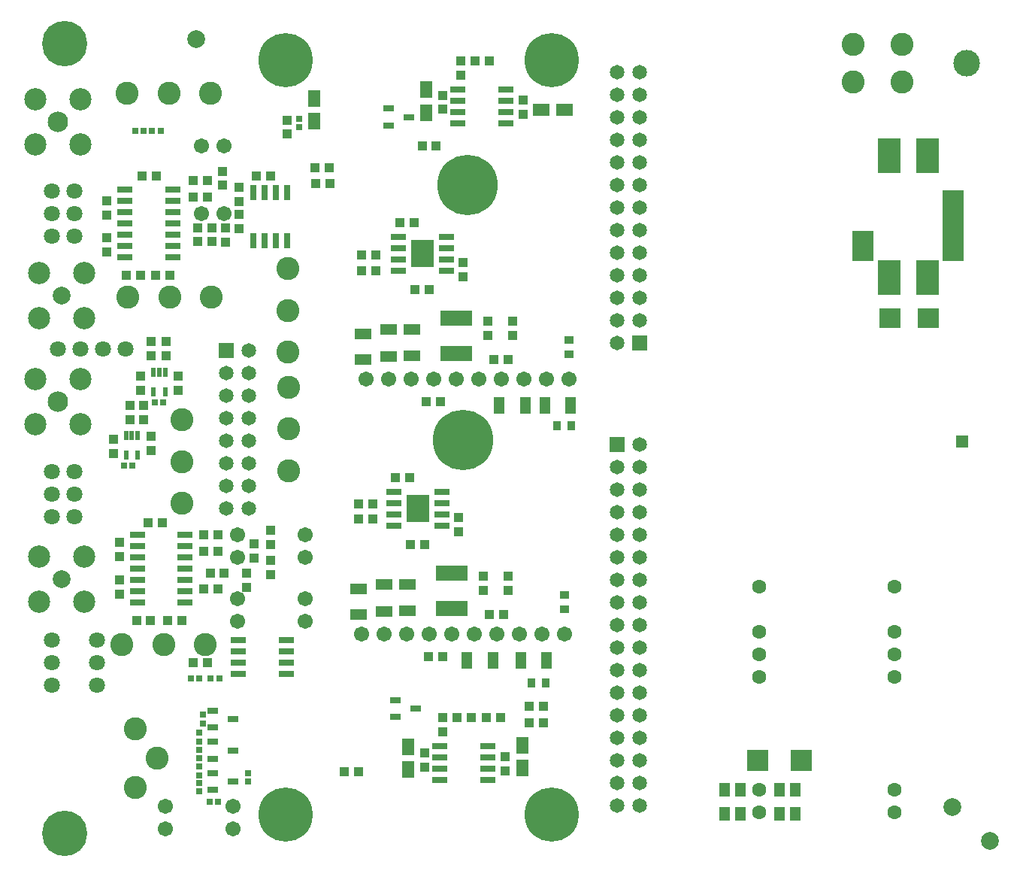
<source format=gbs>
G04*
G04 #@! TF.GenerationSoftware,Altium Limited,Altium Designer,21.5.1 (32)*
G04*
G04 Layer_Color=16711935*
%FSLAX25Y25*%
%MOIN*%
G70*
G04*
G04 #@! TF.SameCoordinates,40A1BE61-9D6D-4511-9C65-2EA0C261B3BE*
G04*
G04*
G04 #@! TF.FilePolarity,Negative*
G04*
G01*
G75*
%ADD46R,0.02843X0.02843*%
%ADD47R,0.07488X0.05323*%
%ADD49R,0.03945X0.04339*%
%ADD50R,0.07488X0.04929*%
%ADD52R,0.04535X0.02961*%
%ADD60R,0.02764X0.06504*%
%ADD66R,0.02843X0.02685*%
%ADD68R,0.09653X0.09260*%
%ADD75R,0.02685X0.02843*%
%ADD76R,0.02843X0.02843*%
%ADD77R,0.05402X0.05402*%
%ADD78C,0.07874*%
%ADD79C,0.06504*%
%ADD80C,0.07094*%
%ADD81C,0.10244*%
%ADD82C,0.06701*%
%ADD83C,0.26780*%
%ADD84C,0.07882*%
%ADD85C,0.09850*%
%ADD86C,0.06307*%
%ADD87C,0.11811*%
%ADD88C,0.09063*%
%ADD89C,0.20087*%
%ADD90R,0.06504X0.06504*%
%ADD91C,0.24024*%
%ADD133R,0.04339X0.04142*%
%ADD134R,0.04142X0.04339*%
%ADD135R,0.06504X0.02764*%
%ADD136R,0.10047X0.12213*%
%ADD137R,0.04339X0.03945*%
%ADD138R,0.05323X0.07488*%
%ADD139R,0.06504X0.02764*%
%ADD140R,0.03748X0.04339*%
%ADD141R,0.01976X0.04142*%
%ADD142R,0.04732X0.06110*%
%ADD143R,0.14181X0.06701*%
%ADD144R,0.04339X0.03748*%
%ADD145R,0.04929X0.07488*%
%ADD146R,0.09457X0.31504*%
%ADD147R,0.09457X0.13787*%
%ADD148R,0.10244X0.15362*%
%ADD149R,0.09457X0.08866*%
D46*
X118000Y338272D02*
D03*
Y334728D02*
D03*
D47*
X225209Y342536D02*
D03*
X235445D02*
D03*
D49*
X150618Y167673D02*
D03*
X144319D02*
D03*
Y161200D02*
D03*
X150618D02*
D03*
X173685Y149810D02*
D03*
X167385D02*
D03*
X145706Y278200D02*
D03*
X152006D02*
D03*
X169386Y262810D02*
D03*
X175685D02*
D03*
X172453Y326500D02*
D03*
X178752D02*
D03*
X207159Y73096D02*
D03*
X200859D02*
D03*
X125150Y309652D02*
D03*
X131450D02*
D03*
X226150Y78000D02*
D03*
X219850D02*
D03*
X131362Y316756D02*
D03*
X219850Y70897D02*
D03*
X145706Y271097D02*
D03*
X202150Y364000D02*
D03*
X195850D02*
D03*
X152006Y271097D02*
D03*
X125063Y316756D02*
D03*
X226150Y70897D02*
D03*
X194150Y72946D02*
D03*
X81813Y154137D02*
D03*
X75514D02*
D03*
Y146752D02*
D03*
X81813D02*
D03*
X57188Y159500D02*
D03*
X50889D02*
D03*
X52096Y116169D02*
D03*
X45797D02*
D03*
X78445Y137051D02*
D03*
X84745D02*
D03*
X75514Y129947D02*
D03*
X81813D02*
D03*
X175350Y100000D02*
D03*
X181649D02*
D03*
X174319Y213118D02*
D03*
X180618D02*
D03*
X187850Y72946D02*
D03*
X137850Y48922D02*
D03*
X144150D02*
D03*
X73000Y284000D02*
D03*
X79299D02*
D03*
X73000Y290000D02*
D03*
X79299D02*
D03*
X47650Y269118D02*
D03*
X41350D02*
D03*
X54708Y313150D02*
D03*
X48409D02*
D03*
X70840Y303887D02*
D03*
X77139D02*
D03*
X70840Y310990D02*
D03*
X77140D02*
D03*
D50*
X155469Y120094D02*
D03*
Y131905D02*
D03*
X166000D02*
D03*
Y120488D02*
D03*
X144149Y118791D02*
D03*
Y130209D02*
D03*
X157469Y233094D02*
D03*
Y244905D02*
D03*
X168000D02*
D03*
Y233488D02*
D03*
X146150Y231791D02*
D03*
Y243209D02*
D03*
D52*
X157472Y335472D02*
D03*
X166528Y339213D02*
D03*
X157472Y342953D02*
D03*
X160472Y80899D02*
D03*
X88749Y72409D02*
D03*
X79694Y76150D02*
D03*
Y68669D02*
D03*
X88645Y44803D02*
D03*
X79589Y48543D02*
D03*
Y41062D02*
D03*
X88749Y58559D02*
D03*
X79694Y62299D02*
D03*
Y54819D02*
D03*
X169528Y77159D02*
D03*
X160472Y73419D02*
D03*
D60*
X97650Y305630D02*
D03*
X102650D02*
D03*
X107650D02*
D03*
X112650D02*
D03*
X97650Y284370D02*
D03*
X102650D02*
D03*
X107650D02*
D03*
X112650D02*
D03*
D66*
X73563Y54941D02*
D03*
Y58642D02*
D03*
Y43980D02*
D03*
Y40279D02*
D03*
X73587Y66260D02*
D03*
Y62559D02*
D03*
Y47559D02*
D03*
Y51260D02*
D03*
X75221Y70559D02*
D03*
Y74260D02*
D03*
X95100Y48450D02*
D03*
Y44750D02*
D03*
D68*
X340602Y54173D02*
D03*
X321311D02*
D03*
D75*
X45101Y333149D02*
D03*
X48801D02*
D03*
X56449D02*
D03*
X52749D02*
D03*
X73596Y90500D02*
D03*
X69895D02*
D03*
X78299Y35587D02*
D03*
X82000D02*
D03*
X78746Y90500D02*
D03*
X82447D02*
D03*
D76*
X57582Y212637D02*
D03*
X54039D02*
D03*
X40332Y184608D02*
D03*
X43875D02*
D03*
D77*
X411799Y195339D02*
D03*
D78*
X72133Y373699D02*
D03*
X407756Y33425D02*
D03*
X424409Y18268D02*
D03*
D79*
X258780Y359213D02*
D03*
X95551Y165787D02*
D03*
X268780Y359213D02*
D03*
X85551Y165787D02*
D03*
X268780Y74173D02*
D03*
Y84173D02*
D03*
Y94173D02*
D03*
Y104173D02*
D03*
Y114173D02*
D03*
Y124173D02*
D03*
Y134173D02*
D03*
Y144173D02*
D03*
Y154173D02*
D03*
Y164173D02*
D03*
Y174173D02*
D03*
Y184173D02*
D03*
Y194173D02*
D03*
X258780Y74173D02*
D03*
Y84173D02*
D03*
Y94173D02*
D03*
Y104173D02*
D03*
Y114173D02*
D03*
Y124173D02*
D03*
Y134173D02*
D03*
Y144173D02*
D03*
Y154173D02*
D03*
Y164173D02*
D03*
Y174173D02*
D03*
Y184173D02*
D03*
Y64173D02*
D03*
Y54173D02*
D03*
Y44173D02*
D03*
X268780Y64173D02*
D03*
Y54173D02*
D03*
Y44173D02*
D03*
Y34173D02*
D03*
X258780D02*
D03*
X268780Y249213D02*
D03*
Y259213D02*
D03*
Y269213D02*
D03*
Y279213D02*
D03*
Y289213D02*
D03*
Y299213D02*
D03*
Y309213D02*
D03*
Y319213D02*
D03*
Y329213D02*
D03*
Y339213D02*
D03*
Y349213D02*
D03*
X258780Y239213D02*
D03*
Y249213D02*
D03*
Y259213D02*
D03*
Y269213D02*
D03*
Y279213D02*
D03*
Y289213D02*
D03*
Y299213D02*
D03*
Y309213D02*
D03*
Y319213D02*
D03*
Y329213D02*
D03*
Y339213D02*
D03*
Y349213D02*
D03*
X95551Y175787D02*
D03*
Y185787D02*
D03*
Y195787D02*
D03*
Y205787D02*
D03*
Y215787D02*
D03*
Y225787D02*
D03*
Y235787D02*
D03*
X85551Y175787D02*
D03*
Y185787D02*
D03*
Y195787D02*
D03*
Y205787D02*
D03*
Y215787D02*
D03*
Y225787D02*
D03*
D80*
X8175Y107500D02*
D03*
Y97500D02*
D03*
Y87500D02*
D03*
X28175D02*
D03*
Y97500D02*
D03*
Y107500D02*
D03*
X8175Y182000D02*
D03*
Y172000D02*
D03*
Y162000D02*
D03*
X18175D02*
D03*
Y172000D02*
D03*
Y182000D02*
D03*
Y306500D02*
D03*
Y296500D02*
D03*
Y286500D02*
D03*
X8175D02*
D03*
Y296500D02*
D03*
Y306500D02*
D03*
X11000Y236500D02*
D03*
X21000D02*
D03*
X41000D02*
D03*
X31000D02*
D03*
D81*
X113272Y219530D02*
D03*
Y201026D02*
D03*
Y182522D02*
D03*
X113000Y234996D02*
D03*
Y253500D02*
D03*
Y272004D02*
D03*
X39288Y105500D02*
D03*
X57792D02*
D03*
X76296D02*
D03*
X41996Y259500D02*
D03*
X79004D02*
D03*
X60500D02*
D03*
X41675Y349705D02*
D03*
X60179D02*
D03*
X78683D02*
D03*
X363606Y354732D02*
D03*
X385260Y371268D02*
D03*
Y354732D02*
D03*
X363606Y371268D02*
D03*
X66000Y168000D02*
D03*
Y186504D02*
D03*
Y205008D02*
D03*
X54792Y54992D02*
D03*
X45300Y67984D02*
D03*
Y42000D02*
D03*
D82*
X84458Y326500D02*
D03*
X74458D02*
D03*
X84458Y296500D02*
D03*
X90603Y144000D02*
D03*
Y115834D02*
D03*
X74458Y296500D02*
D03*
X58445Y33608D02*
D03*
X90603Y154000D02*
D03*
Y125834D02*
D03*
X88445Y33608D02*
D03*
X120603Y144000D02*
D03*
Y154000D02*
D03*
Y115834D02*
D03*
Y125834D02*
D03*
X88445Y23608D02*
D03*
X58445D02*
D03*
X157468Y223000D02*
D03*
X197468D02*
D03*
X217469D02*
D03*
X167469D02*
D03*
X187469D02*
D03*
X207469D02*
D03*
X177469D02*
D03*
X227468D02*
D03*
X237469D02*
D03*
X147468D02*
D03*
X155468Y110000D02*
D03*
X195468D02*
D03*
X215469D02*
D03*
X165469D02*
D03*
X185468D02*
D03*
X205469D02*
D03*
X175469D02*
D03*
X225468D02*
D03*
X235469D02*
D03*
X145468D02*
D03*
D83*
X192469Y309000D02*
D03*
X190469Y196000D02*
D03*
D84*
X12600Y134500D02*
D03*
Y260000D02*
D03*
D85*
X22600Y124500D02*
D03*
X2600Y144500D02*
D03*
X22600D02*
D03*
X2600Y124500D02*
D03*
Y250000D02*
D03*
X22600Y270000D02*
D03*
X2600D02*
D03*
X22600Y250000D02*
D03*
X1000Y223000D02*
D03*
X21000D02*
D03*
Y203000D02*
D03*
X1000D02*
D03*
Y347000D02*
D03*
X21000D02*
D03*
Y327000D02*
D03*
X1000D02*
D03*
D86*
X322000Y131000D02*
D03*
Y111000D02*
D03*
Y101000D02*
D03*
Y91000D02*
D03*
Y41000D02*
D03*
Y31000D02*
D03*
X382000Y131000D02*
D03*
Y111000D02*
D03*
Y101000D02*
D03*
Y91000D02*
D03*
Y41000D02*
D03*
Y31000D02*
D03*
D87*
X414000Y363000D02*
D03*
D88*
X11000Y213000D02*
D03*
Y337000D02*
D03*
D89*
X14000Y371701D02*
D03*
Y21701D02*
D03*
D90*
X258780Y194173D02*
D03*
X268780Y239213D02*
D03*
X85551Y235787D02*
D03*
D91*
X229921Y29921D02*
D03*
Y364567D02*
D03*
X111811Y29921D02*
D03*
Y364567D02*
D03*
D133*
X190535Y274823D02*
D03*
X188535Y161823D02*
D03*
X209327Y49415D02*
D03*
X217327Y340469D02*
D03*
X173469Y57323D02*
D03*
X181532Y348869D02*
D03*
Y342570D02*
D03*
X217327Y346768D02*
D03*
X188535Y155524D02*
D03*
X190535Y268524D02*
D03*
X173469Y51024D02*
D03*
X209327Y55714D02*
D03*
D134*
X162712Y292473D02*
D03*
X160712Y179473D02*
D03*
X59697Y116169D02*
D03*
X65997D02*
D03*
X70933Y97500D02*
D03*
X77232D02*
D03*
X167012Y179473D02*
D03*
X208590Y118791D02*
D03*
X202291D02*
D03*
X210590Y231791D02*
D03*
X204291D02*
D03*
X169012Y292473D02*
D03*
X99000Y313150D02*
D03*
X105299D02*
D03*
X54252Y269118D02*
D03*
X60551D02*
D03*
D135*
X161905Y286173D02*
D03*
X183165Y276173D02*
D03*
X159905Y173173D02*
D03*
X181165Y163173D02*
D03*
X161905Y281173D02*
D03*
X159905Y168173D02*
D03*
Y158173D02*
D03*
Y163173D02*
D03*
X181165Y173173D02*
D03*
Y168173D02*
D03*
Y158173D02*
D03*
X161905Y271173D02*
D03*
Y276173D02*
D03*
X183165Y286173D02*
D03*
Y281173D02*
D03*
Y271173D02*
D03*
D136*
X172535Y278673D02*
D03*
X170535Y165673D02*
D03*
D137*
X212606Y248780D02*
D03*
X210606Y135780D02*
D03*
X189689Y357850D02*
D03*
Y364150D02*
D03*
X112650Y337878D02*
D03*
Y331579D02*
D03*
X47497Y224264D02*
D03*
Y217965D02*
D03*
X64345Y218051D02*
D03*
Y224350D02*
D03*
X59094Y239650D02*
D03*
Y233350D02*
D03*
X105332Y156153D02*
D03*
Y149854D02*
D03*
X97925Y150159D02*
D03*
Y143860D02*
D03*
X105332Y142601D02*
D03*
Y136302D02*
D03*
X38373Y134000D02*
D03*
Y127701D02*
D03*
X38373Y144389D02*
D03*
Y150688D02*
D03*
X94700Y137150D02*
D03*
Y130850D02*
D03*
X199760Y129481D02*
D03*
Y135780D02*
D03*
X210606Y129481D02*
D03*
X212606Y242481D02*
D03*
X201760D02*
D03*
Y248780D02*
D03*
X181689Y73096D02*
D03*
Y66797D02*
D03*
X52276Y239650D02*
D03*
Y233350D02*
D03*
X42836Y211500D02*
D03*
Y205201D02*
D03*
X35438Y190121D02*
D03*
Y196420D02*
D03*
X52195Y197650D02*
D03*
Y191350D02*
D03*
X48946Y211500D02*
D03*
Y205201D02*
D03*
X85150Y290099D02*
D03*
Y283799D02*
D03*
X32500Y295610D02*
D03*
Y301910D02*
D03*
X32500Y285650D02*
D03*
Y279350D02*
D03*
X91150Y296150D02*
D03*
Y289850D02*
D03*
X84046Y315206D02*
D03*
Y308907D02*
D03*
X91150Y308150D02*
D03*
Y301850D02*
D03*
D138*
X217000Y50596D02*
D03*
X124605Y337331D02*
D03*
X166142Y60236D02*
D03*
X174142Y351290D02*
D03*
X124605Y347568D02*
D03*
X174142Y341053D02*
D03*
X166142Y50000D02*
D03*
X217000Y60832D02*
D03*
D139*
X201630Y45446D02*
D03*
X209630Y336500D02*
D03*
X180370Y55446D02*
D03*
X188370Y346500D02*
D03*
X90870Y92303D02*
D03*
Y97303D02*
D03*
Y102303D02*
D03*
Y107303D02*
D03*
X112130Y92303D02*
D03*
Y97303D02*
D03*
Y102303D02*
D03*
Y107303D02*
D03*
X209630Y346500D02*
D03*
X188370Y341500D02*
D03*
X209630D02*
D03*
X201630Y50446D02*
D03*
X209630Y351500D02*
D03*
X188370D02*
D03*
Y336500D02*
D03*
X201630Y55446D02*
D03*
X180370Y50446D02*
D03*
X61981Y306949D02*
D03*
Y301949D02*
D03*
Y296949D02*
D03*
Y291949D02*
D03*
Y286949D02*
D03*
Y281949D02*
D03*
Y276949D02*
D03*
X40721Y306949D02*
D03*
Y301949D02*
D03*
Y296949D02*
D03*
Y291949D02*
D03*
Y286949D02*
D03*
Y281949D02*
D03*
Y276949D02*
D03*
X67426Y154000D02*
D03*
Y149000D02*
D03*
Y144000D02*
D03*
Y139000D02*
D03*
Y134000D02*
D03*
Y129000D02*
D03*
Y124000D02*
D03*
X46166Y154000D02*
D03*
Y149000D02*
D03*
Y144000D02*
D03*
Y139000D02*
D03*
Y134000D02*
D03*
Y129000D02*
D03*
Y124000D02*
D03*
X180370Y45446D02*
D03*
Y60446D02*
D03*
X201630D02*
D03*
D140*
X227150Y88297D02*
D03*
X220850D02*
D03*
X238618Y202500D02*
D03*
X232319D02*
D03*
D141*
X53338Y225923D02*
D03*
X55897D02*
D03*
X58456D02*
D03*
Y217262D02*
D03*
X53338D02*
D03*
X41135Y189474D02*
D03*
X46253D02*
D03*
Y198136D02*
D03*
X43694D02*
D03*
X41135D02*
D03*
D142*
X330957Y41000D02*
D03*
X338043D02*
D03*
X313543Y30398D02*
D03*
X306457D02*
D03*
X330957D02*
D03*
X338043D02*
D03*
X313543Y41000D02*
D03*
X306457D02*
D03*
D143*
X185468Y121276D02*
D03*
Y137024D02*
D03*
X187468Y234276D02*
D03*
Y250024D02*
D03*
D144*
X235469Y121024D02*
D03*
Y127323D02*
D03*
X237469Y234024D02*
D03*
Y240323D02*
D03*
D145*
X227709Y98500D02*
D03*
X216291D02*
D03*
X203817Y98500D02*
D03*
X192399D02*
D03*
X238209Y211500D02*
D03*
X226791D02*
D03*
X218118Y211500D02*
D03*
X206701D02*
D03*
D146*
X408079Y291063D02*
D03*
D147*
X367922Y282205D02*
D03*
D148*
X379733Y321969D02*
D03*
Y268032D02*
D03*
X396662Y321969D02*
D03*
Y268032D02*
D03*
D149*
X396965Y250000D02*
D03*
X380035D02*
D03*
M02*

</source>
